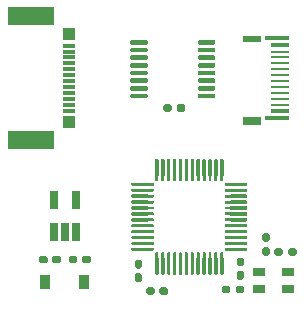
<source format=gbp>
%TF.GenerationSoftware,KiCad,Pcbnew,(5.1.7)-1*%
%TF.CreationDate,2020-11-06T21:26:38+01:00*%
%TF.ProjectId,twonkie,74776f6e-6b69-4652-9e6b-696361645f70,rev?*%
%TF.SameCoordinates,PX448d510PY20b3950*%
%TF.FileFunction,Paste,Bot*%
%TF.FilePolarity,Positive*%
%FSLAX46Y46*%
G04 Gerber Fmt 4.6, Leading zero omitted, Abs format (unit mm)*
G04 Created by KiCad (PCBNEW (5.1.7)-1) date 2020-11-06 21:26:38*
%MOMM*%
%LPD*%
G01*
G04 APERTURE LIST*
%ADD10R,4.000000X1.500000*%
%ADD11R,1.000000X0.300000*%
%ADD12R,1.000000X1.000000*%
%ADD13R,1.500000X0.550000*%
%ADD14R,1.500000X0.785000*%
%ADD15R,1.550000X0.260000*%
%ADD16R,1.550000X0.410000*%
%ADD17R,2.050000X0.360000*%
%ADD18R,0.650000X1.560000*%
%ADD19R,1.000000X0.800000*%
%ADD20R,0.900000X1.200000*%
G04 APERTURE END LIST*
%TO.C,U4*%
G36*
G01*
X12062500Y-15722500D02*
X12812500Y-15722500D01*
G75*
G02*
X12875000Y-15785000I0J-62500D01*
G01*
X12875000Y-15910000D01*
G75*
G02*
X12812500Y-15972500I-62500J0D01*
G01*
X12062500Y-15972500D01*
G75*
G02*
X12000000Y-15910000I0J62500D01*
G01*
X12000000Y-15785000D01*
G75*
G02*
X12062500Y-15722500I62500J0D01*
G01*
G37*
G36*
G01*
X12062500Y-16222500D02*
X12812500Y-16222500D01*
G75*
G02*
X12875000Y-16285000I0J-62500D01*
G01*
X12875000Y-16410000D01*
G75*
G02*
X12812500Y-16472500I-62500J0D01*
G01*
X12062500Y-16472500D01*
G75*
G02*
X12000000Y-16410000I0J62500D01*
G01*
X12000000Y-16285000D01*
G75*
G02*
X12062500Y-16222500I62500J0D01*
G01*
G37*
G36*
G01*
X12062500Y-17222500D02*
X12812500Y-17222500D01*
G75*
G02*
X12875000Y-17285000I0J-62500D01*
G01*
X12875000Y-17410000D01*
G75*
G02*
X12812500Y-17472500I-62500J0D01*
G01*
X12062500Y-17472500D01*
G75*
G02*
X12000000Y-17410000I0J62500D01*
G01*
X12000000Y-17285000D01*
G75*
G02*
X12062500Y-17222500I62500J0D01*
G01*
G37*
G36*
G01*
X12062500Y-17722500D02*
X12812500Y-17722500D01*
G75*
G02*
X12875000Y-17785000I0J-62500D01*
G01*
X12875000Y-17910000D01*
G75*
G02*
X12812500Y-17972500I-62500J0D01*
G01*
X12062500Y-17972500D01*
G75*
G02*
X12000000Y-17910000I0J62500D01*
G01*
X12000000Y-17785000D01*
G75*
G02*
X12062500Y-17722500I62500J0D01*
G01*
G37*
G36*
G01*
X12062500Y-18222500D02*
X12812500Y-18222500D01*
G75*
G02*
X12875000Y-18285000I0J-62500D01*
G01*
X12875000Y-18410000D01*
G75*
G02*
X12812500Y-18472500I-62500J0D01*
G01*
X12062500Y-18472500D01*
G75*
G02*
X12000000Y-18410000I0J62500D01*
G01*
X12000000Y-18285000D01*
G75*
G02*
X12062500Y-18222500I62500J0D01*
G01*
G37*
G36*
G01*
X12062500Y-15222500D02*
X12812500Y-15222500D01*
G75*
G02*
X12875000Y-15285000I0J-62500D01*
G01*
X12875000Y-15410000D01*
G75*
G02*
X12812500Y-15472500I-62500J0D01*
G01*
X12062500Y-15472500D01*
G75*
G02*
X12000000Y-15410000I0J62500D01*
G01*
X12000000Y-15285000D01*
G75*
G02*
X12062500Y-15222500I62500J0D01*
G01*
G37*
G36*
G01*
X12062500Y-16722500D02*
X12812500Y-16722500D01*
G75*
G02*
X12875000Y-16785000I0J-62500D01*
G01*
X12875000Y-16910000D01*
G75*
G02*
X12812500Y-16972500I-62500J0D01*
G01*
X12062500Y-16972500D01*
G75*
G02*
X12000000Y-16910000I0J62500D01*
G01*
X12000000Y-16785000D01*
G75*
G02*
X12062500Y-16722500I62500J0D01*
G01*
G37*
G36*
G01*
X18937500Y-19722500D02*
X19687500Y-19722500D01*
G75*
G02*
X19750000Y-19785000I0J-62500D01*
G01*
X19750000Y-19910000D01*
G75*
G02*
X19687500Y-19972500I-62500J0D01*
G01*
X18937500Y-19972500D01*
G75*
G02*
X18875000Y-19910000I0J62500D01*
G01*
X18875000Y-19785000D01*
G75*
G02*
X18937500Y-19722500I62500J0D01*
G01*
G37*
G36*
G01*
X14562500Y-14222500D02*
X14687500Y-14222500D01*
G75*
G02*
X14750000Y-14285000I0J-62500D01*
G01*
X14750000Y-15035000D01*
G75*
G02*
X14687500Y-15097500I-62500J0D01*
G01*
X14562500Y-15097500D01*
G75*
G02*
X14500000Y-15035000I0J62500D01*
G01*
X14500000Y-14285000D01*
G75*
G02*
X14562500Y-14222500I62500J0D01*
G01*
G37*
G36*
G01*
X17062500Y-14222500D02*
X17187500Y-14222500D01*
G75*
G02*
X17250000Y-14285000I0J-62500D01*
G01*
X17250000Y-15035000D01*
G75*
G02*
X17187500Y-15097500I-62500J0D01*
G01*
X17062500Y-15097500D01*
G75*
G02*
X17000000Y-15035000I0J62500D01*
G01*
X17000000Y-14285000D01*
G75*
G02*
X17062500Y-14222500I62500J0D01*
G01*
G37*
G36*
G01*
X17562500Y-14222500D02*
X17687500Y-14222500D01*
G75*
G02*
X17750000Y-14285000I0J-62500D01*
G01*
X17750000Y-15035000D01*
G75*
G02*
X17687500Y-15097500I-62500J0D01*
G01*
X17562500Y-15097500D01*
G75*
G02*
X17500000Y-15035000I0J62500D01*
G01*
X17500000Y-14285000D01*
G75*
G02*
X17562500Y-14222500I62500J0D01*
G01*
G37*
G36*
G01*
X16062500Y-14222500D02*
X16187500Y-14222500D01*
G75*
G02*
X16250000Y-14285000I0J-62500D01*
G01*
X16250000Y-15035000D01*
G75*
G02*
X16187500Y-15097500I-62500J0D01*
G01*
X16062500Y-15097500D01*
G75*
G02*
X16000000Y-15035000I0J62500D01*
G01*
X16000000Y-14285000D01*
G75*
G02*
X16062500Y-14222500I62500J0D01*
G01*
G37*
G36*
G01*
X13062500Y-14222500D02*
X13187500Y-14222500D01*
G75*
G02*
X13250000Y-14285000I0J-62500D01*
G01*
X13250000Y-15035000D01*
G75*
G02*
X13187500Y-15097500I-62500J0D01*
G01*
X13062500Y-15097500D01*
G75*
G02*
X13000000Y-15035000I0J62500D01*
G01*
X13000000Y-14285000D01*
G75*
G02*
X13062500Y-14222500I62500J0D01*
G01*
G37*
G36*
G01*
X16562500Y-21097500D02*
X16687500Y-21097500D01*
G75*
G02*
X16750000Y-21160000I0J-62500D01*
G01*
X16750000Y-21910000D01*
G75*
G02*
X16687500Y-21972500I-62500J0D01*
G01*
X16562500Y-21972500D01*
G75*
G02*
X16500000Y-21910000I0J62500D01*
G01*
X16500000Y-21160000D01*
G75*
G02*
X16562500Y-21097500I62500J0D01*
G01*
G37*
G36*
G01*
X17062500Y-21097500D02*
X17187500Y-21097500D01*
G75*
G02*
X17250000Y-21160000I0J-62500D01*
G01*
X17250000Y-21910000D01*
G75*
G02*
X17187500Y-21972500I-62500J0D01*
G01*
X17062500Y-21972500D01*
G75*
G02*
X17000000Y-21910000I0J62500D01*
G01*
X17000000Y-21160000D01*
G75*
G02*
X17062500Y-21097500I62500J0D01*
G01*
G37*
G36*
G01*
X16562500Y-14222500D02*
X16687500Y-14222500D01*
G75*
G02*
X16750000Y-14285000I0J-62500D01*
G01*
X16750000Y-15035000D01*
G75*
G02*
X16687500Y-15097500I-62500J0D01*
G01*
X16562500Y-15097500D01*
G75*
G02*
X16500000Y-15035000I0J62500D01*
G01*
X16500000Y-14285000D01*
G75*
G02*
X16562500Y-14222500I62500J0D01*
G01*
G37*
G36*
G01*
X16062500Y-21097500D02*
X16187500Y-21097500D01*
G75*
G02*
X16250000Y-21160000I0J-62500D01*
G01*
X16250000Y-21910000D01*
G75*
G02*
X16187500Y-21972500I-62500J0D01*
G01*
X16062500Y-21972500D01*
G75*
G02*
X16000000Y-21910000I0J62500D01*
G01*
X16000000Y-21160000D01*
G75*
G02*
X16062500Y-21097500I62500J0D01*
G01*
G37*
G36*
G01*
X15562500Y-21097500D02*
X15687500Y-21097500D01*
G75*
G02*
X15750000Y-21160000I0J-62500D01*
G01*
X15750000Y-21910000D01*
G75*
G02*
X15687500Y-21972500I-62500J0D01*
G01*
X15562500Y-21972500D01*
G75*
G02*
X15500000Y-21910000I0J62500D01*
G01*
X15500000Y-21160000D01*
G75*
G02*
X15562500Y-21097500I62500J0D01*
G01*
G37*
G36*
G01*
X18937500Y-17222500D02*
X19687500Y-17222500D01*
G75*
G02*
X19750000Y-17285000I0J-62500D01*
G01*
X19750000Y-17410000D01*
G75*
G02*
X19687500Y-17472500I-62500J0D01*
G01*
X18937500Y-17472500D01*
G75*
G02*
X18875000Y-17410000I0J62500D01*
G01*
X18875000Y-17285000D01*
G75*
G02*
X18937500Y-17222500I62500J0D01*
G01*
G37*
G36*
G01*
X18937500Y-16722500D02*
X19687500Y-16722500D01*
G75*
G02*
X19750000Y-16785000I0J-62500D01*
G01*
X19750000Y-16910000D01*
G75*
G02*
X19687500Y-16972500I-62500J0D01*
G01*
X18937500Y-16972500D01*
G75*
G02*
X18875000Y-16910000I0J62500D01*
G01*
X18875000Y-16785000D01*
G75*
G02*
X18937500Y-16722500I62500J0D01*
G01*
G37*
G36*
G01*
X18937500Y-16222500D02*
X19687500Y-16222500D01*
G75*
G02*
X19750000Y-16285000I0J-62500D01*
G01*
X19750000Y-16410000D01*
G75*
G02*
X19687500Y-16472500I-62500J0D01*
G01*
X18937500Y-16472500D01*
G75*
G02*
X18875000Y-16410000I0J62500D01*
G01*
X18875000Y-16285000D01*
G75*
G02*
X18937500Y-16222500I62500J0D01*
G01*
G37*
G36*
G01*
X18937500Y-17722500D02*
X19687500Y-17722500D01*
G75*
G02*
X19750000Y-17785000I0J-62500D01*
G01*
X19750000Y-17910000D01*
G75*
G02*
X19687500Y-17972500I-62500J0D01*
G01*
X18937500Y-17972500D01*
G75*
G02*
X18875000Y-17910000I0J62500D01*
G01*
X18875000Y-17785000D01*
G75*
G02*
X18937500Y-17722500I62500J0D01*
G01*
G37*
G36*
G01*
X18937500Y-19222500D02*
X19687500Y-19222500D01*
G75*
G02*
X19750000Y-19285000I0J-62500D01*
G01*
X19750000Y-19410000D01*
G75*
G02*
X19687500Y-19472500I-62500J0D01*
G01*
X18937500Y-19472500D01*
G75*
G02*
X18875000Y-19410000I0J62500D01*
G01*
X18875000Y-19285000D01*
G75*
G02*
X18937500Y-19222500I62500J0D01*
G01*
G37*
G36*
G01*
X14062500Y-14222500D02*
X14187500Y-14222500D01*
G75*
G02*
X14250000Y-14285000I0J-62500D01*
G01*
X14250000Y-15035000D01*
G75*
G02*
X14187500Y-15097500I-62500J0D01*
G01*
X14062500Y-15097500D01*
G75*
G02*
X14000000Y-15035000I0J62500D01*
G01*
X14000000Y-14285000D01*
G75*
G02*
X14062500Y-14222500I62500J0D01*
G01*
G37*
G36*
G01*
X18562500Y-21097500D02*
X18687500Y-21097500D01*
G75*
G02*
X18750000Y-21160000I0J-62500D01*
G01*
X18750000Y-21910000D01*
G75*
G02*
X18687500Y-21972500I-62500J0D01*
G01*
X18562500Y-21972500D01*
G75*
G02*
X18500000Y-21910000I0J62500D01*
G01*
X18500000Y-21160000D01*
G75*
G02*
X18562500Y-21097500I62500J0D01*
G01*
G37*
G36*
G01*
X18062500Y-14222500D02*
X18187500Y-14222500D01*
G75*
G02*
X18250000Y-14285000I0J-62500D01*
G01*
X18250000Y-15035000D01*
G75*
G02*
X18187500Y-15097500I-62500J0D01*
G01*
X18062500Y-15097500D01*
G75*
G02*
X18000000Y-15035000I0J62500D01*
G01*
X18000000Y-14285000D01*
G75*
G02*
X18062500Y-14222500I62500J0D01*
G01*
G37*
G36*
G01*
X18937500Y-20222500D02*
X19687500Y-20222500D01*
G75*
G02*
X19750000Y-20285000I0J-62500D01*
G01*
X19750000Y-20410000D01*
G75*
G02*
X19687500Y-20472500I-62500J0D01*
G01*
X18937500Y-20472500D01*
G75*
G02*
X18875000Y-20410000I0J62500D01*
G01*
X18875000Y-20285000D01*
G75*
G02*
X18937500Y-20222500I62500J0D01*
G01*
G37*
G36*
G01*
X13062500Y-21097500D02*
X13187500Y-21097500D01*
G75*
G02*
X13250000Y-21160000I0J-62500D01*
G01*
X13250000Y-21910000D01*
G75*
G02*
X13187500Y-21972500I-62500J0D01*
G01*
X13062500Y-21972500D01*
G75*
G02*
X13000000Y-21910000I0J62500D01*
G01*
X13000000Y-21160000D01*
G75*
G02*
X13062500Y-21097500I62500J0D01*
G01*
G37*
G36*
G01*
X12062500Y-19222500D02*
X12812500Y-19222500D01*
G75*
G02*
X12875000Y-19285000I0J-62500D01*
G01*
X12875000Y-19410000D01*
G75*
G02*
X12812500Y-19472500I-62500J0D01*
G01*
X12062500Y-19472500D01*
G75*
G02*
X12000000Y-19410000I0J62500D01*
G01*
X12000000Y-19285000D01*
G75*
G02*
X12062500Y-19222500I62500J0D01*
G01*
G37*
G36*
G01*
X14062500Y-21097500D02*
X14187500Y-21097500D01*
G75*
G02*
X14250000Y-21160000I0J-62500D01*
G01*
X14250000Y-21910000D01*
G75*
G02*
X14187500Y-21972500I-62500J0D01*
G01*
X14062500Y-21972500D01*
G75*
G02*
X14000000Y-21910000I0J62500D01*
G01*
X14000000Y-21160000D01*
G75*
G02*
X14062500Y-21097500I62500J0D01*
G01*
G37*
G36*
G01*
X17562500Y-21097500D02*
X17687500Y-21097500D01*
G75*
G02*
X17750000Y-21160000I0J-62500D01*
G01*
X17750000Y-21910000D01*
G75*
G02*
X17687500Y-21972500I-62500J0D01*
G01*
X17562500Y-21972500D01*
G75*
G02*
X17500000Y-21910000I0J62500D01*
G01*
X17500000Y-21160000D01*
G75*
G02*
X17562500Y-21097500I62500J0D01*
G01*
G37*
G36*
G01*
X18937500Y-15222500D02*
X19687500Y-15222500D01*
G75*
G02*
X19750000Y-15285000I0J-62500D01*
G01*
X19750000Y-15410000D01*
G75*
G02*
X19687500Y-15472500I-62500J0D01*
G01*
X18937500Y-15472500D01*
G75*
G02*
X18875000Y-15410000I0J62500D01*
G01*
X18875000Y-15285000D01*
G75*
G02*
X18937500Y-15222500I62500J0D01*
G01*
G37*
G36*
G01*
X15062500Y-14222500D02*
X15187500Y-14222500D01*
G75*
G02*
X15250000Y-14285000I0J-62500D01*
G01*
X15250000Y-15035000D01*
G75*
G02*
X15187500Y-15097500I-62500J0D01*
G01*
X15062500Y-15097500D01*
G75*
G02*
X15000000Y-15035000I0J62500D01*
G01*
X15000000Y-14285000D01*
G75*
G02*
X15062500Y-14222500I62500J0D01*
G01*
G37*
G36*
G01*
X12062500Y-19722500D02*
X12812500Y-19722500D01*
G75*
G02*
X12875000Y-19785000I0J-62500D01*
G01*
X12875000Y-19910000D01*
G75*
G02*
X12812500Y-19972500I-62500J0D01*
G01*
X12062500Y-19972500D01*
G75*
G02*
X12000000Y-19910000I0J62500D01*
G01*
X12000000Y-19785000D01*
G75*
G02*
X12062500Y-19722500I62500J0D01*
G01*
G37*
G36*
G01*
X14562500Y-21097500D02*
X14687500Y-21097500D01*
G75*
G02*
X14750000Y-21160000I0J-62500D01*
G01*
X14750000Y-21910000D01*
G75*
G02*
X14687500Y-21972500I-62500J0D01*
G01*
X14562500Y-21972500D01*
G75*
G02*
X14500000Y-21910000I0J62500D01*
G01*
X14500000Y-21160000D01*
G75*
G02*
X14562500Y-21097500I62500J0D01*
G01*
G37*
G36*
G01*
X18937500Y-20722500D02*
X19687500Y-20722500D01*
G75*
G02*
X19750000Y-20785000I0J-62500D01*
G01*
X19750000Y-20910000D01*
G75*
G02*
X19687500Y-20972500I-62500J0D01*
G01*
X18937500Y-20972500D01*
G75*
G02*
X18875000Y-20910000I0J62500D01*
G01*
X18875000Y-20785000D01*
G75*
G02*
X18937500Y-20722500I62500J0D01*
G01*
G37*
G36*
G01*
X15562500Y-14222500D02*
X15687500Y-14222500D01*
G75*
G02*
X15750000Y-14285000I0J-62500D01*
G01*
X15750000Y-15035000D01*
G75*
G02*
X15687500Y-15097500I-62500J0D01*
G01*
X15562500Y-15097500D01*
G75*
G02*
X15500000Y-15035000I0J62500D01*
G01*
X15500000Y-14285000D01*
G75*
G02*
X15562500Y-14222500I62500J0D01*
G01*
G37*
G36*
G01*
X12062500Y-20722500D02*
X12812500Y-20722500D01*
G75*
G02*
X12875000Y-20785000I0J-62500D01*
G01*
X12875000Y-20910000D01*
G75*
G02*
X12812500Y-20972500I-62500J0D01*
G01*
X12062500Y-20972500D01*
G75*
G02*
X12000000Y-20910000I0J62500D01*
G01*
X12000000Y-20785000D01*
G75*
G02*
X12062500Y-20722500I62500J0D01*
G01*
G37*
G36*
G01*
X18937500Y-18222500D02*
X19687500Y-18222500D01*
G75*
G02*
X19750000Y-18285000I0J-62500D01*
G01*
X19750000Y-18410000D01*
G75*
G02*
X19687500Y-18472500I-62500J0D01*
G01*
X18937500Y-18472500D01*
G75*
G02*
X18875000Y-18410000I0J62500D01*
G01*
X18875000Y-18285000D01*
G75*
G02*
X18937500Y-18222500I62500J0D01*
G01*
G37*
G36*
G01*
X18937500Y-15722500D02*
X19687500Y-15722500D01*
G75*
G02*
X19750000Y-15785000I0J-62500D01*
G01*
X19750000Y-15910000D01*
G75*
G02*
X19687500Y-15972500I-62500J0D01*
G01*
X18937500Y-15972500D01*
G75*
G02*
X18875000Y-15910000I0J62500D01*
G01*
X18875000Y-15785000D01*
G75*
G02*
X18937500Y-15722500I62500J0D01*
G01*
G37*
G36*
G01*
X13562500Y-14222500D02*
X13687500Y-14222500D01*
G75*
G02*
X13750000Y-14285000I0J-62500D01*
G01*
X13750000Y-15035000D01*
G75*
G02*
X13687500Y-15097500I-62500J0D01*
G01*
X13562500Y-15097500D01*
G75*
G02*
X13500000Y-15035000I0J62500D01*
G01*
X13500000Y-14285000D01*
G75*
G02*
X13562500Y-14222500I62500J0D01*
G01*
G37*
G36*
G01*
X13562500Y-21097500D02*
X13687500Y-21097500D01*
G75*
G02*
X13750000Y-21160000I0J-62500D01*
G01*
X13750000Y-21910000D01*
G75*
G02*
X13687500Y-21972500I-62500J0D01*
G01*
X13562500Y-21972500D01*
G75*
G02*
X13500000Y-21910000I0J62500D01*
G01*
X13500000Y-21160000D01*
G75*
G02*
X13562500Y-21097500I62500J0D01*
G01*
G37*
G36*
G01*
X18562500Y-14222500D02*
X18687500Y-14222500D01*
G75*
G02*
X18750000Y-14285000I0J-62500D01*
G01*
X18750000Y-15035000D01*
G75*
G02*
X18687500Y-15097500I-62500J0D01*
G01*
X18562500Y-15097500D01*
G75*
G02*
X18500000Y-15035000I0J62500D01*
G01*
X18500000Y-14285000D01*
G75*
G02*
X18562500Y-14222500I62500J0D01*
G01*
G37*
G36*
G01*
X12062500Y-18722500D02*
X12812500Y-18722500D01*
G75*
G02*
X12875000Y-18785000I0J-62500D01*
G01*
X12875000Y-18910000D01*
G75*
G02*
X12812500Y-18972500I-62500J0D01*
G01*
X12062500Y-18972500D01*
G75*
G02*
X12000000Y-18910000I0J62500D01*
G01*
X12000000Y-18785000D01*
G75*
G02*
X12062500Y-18722500I62500J0D01*
G01*
G37*
G36*
G01*
X18937500Y-18722500D02*
X19687500Y-18722500D01*
G75*
G02*
X19750000Y-18785000I0J-62500D01*
G01*
X19750000Y-18910000D01*
G75*
G02*
X19687500Y-18972500I-62500J0D01*
G01*
X18937500Y-18972500D01*
G75*
G02*
X18875000Y-18910000I0J62500D01*
G01*
X18875000Y-18785000D01*
G75*
G02*
X18937500Y-18722500I62500J0D01*
G01*
G37*
G36*
G01*
X18062500Y-21097500D02*
X18187500Y-21097500D01*
G75*
G02*
X18250000Y-21160000I0J-62500D01*
G01*
X18250000Y-21910000D01*
G75*
G02*
X18187500Y-21972500I-62500J0D01*
G01*
X18062500Y-21972500D01*
G75*
G02*
X18000000Y-21910000I0J62500D01*
G01*
X18000000Y-21160000D01*
G75*
G02*
X18062500Y-21097500I62500J0D01*
G01*
G37*
G36*
G01*
X12062500Y-20222500D02*
X12812500Y-20222500D01*
G75*
G02*
X12875000Y-20285000I0J-62500D01*
G01*
X12875000Y-20410000D01*
G75*
G02*
X12812500Y-20472500I-62500J0D01*
G01*
X12062500Y-20472500D01*
G75*
G02*
X12000000Y-20410000I0J62500D01*
G01*
X12000000Y-20285000D01*
G75*
G02*
X12062500Y-20222500I62500J0D01*
G01*
G37*
G36*
G01*
X15062500Y-21097500D02*
X15187500Y-21097500D01*
G75*
G02*
X15250000Y-21160000I0J-62500D01*
G01*
X15250000Y-21910000D01*
G75*
G02*
X15187500Y-21972500I-62500J0D01*
G01*
X15062500Y-21972500D01*
G75*
G02*
X15000000Y-21910000I0J62500D01*
G01*
X15000000Y-21160000D01*
G75*
G02*
X15062500Y-21097500I62500J0D01*
G01*
G37*
G36*
G01*
X13050000Y-13197500D02*
X13200000Y-13197500D01*
G75*
G02*
X13275000Y-13272500I0J-75000D01*
G01*
X13275000Y-14597500D01*
G75*
G02*
X13200000Y-14672500I-75000J0D01*
G01*
X13050000Y-14672500D01*
G75*
G02*
X12975000Y-14597500I0J75000D01*
G01*
X12975000Y-13272500D01*
G75*
G02*
X13050000Y-13197500I75000J0D01*
G01*
G37*
G36*
G01*
X13550000Y-13197500D02*
X13700000Y-13197500D01*
G75*
G02*
X13775000Y-13272500I0J-75000D01*
G01*
X13775000Y-14597500D01*
G75*
G02*
X13700000Y-14672500I-75000J0D01*
G01*
X13550000Y-14672500D01*
G75*
G02*
X13475000Y-14597500I0J75000D01*
G01*
X13475000Y-13272500D01*
G75*
G02*
X13550000Y-13197500I75000J0D01*
G01*
G37*
G36*
G01*
X14050000Y-13197500D02*
X14200000Y-13197500D01*
G75*
G02*
X14275000Y-13272500I0J-75000D01*
G01*
X14275000Y-14597500D01*
G75*
G02*
X14200000Y-14672500I-75000J0D01*
G01*
X14050000Y-14672500D01*
G75*
G02*
X13975000Y-14597500I0J75000D01*
G01*
X13975000Y-13272500D01*
G75*
G02*
X14050000Y-13197500I75000J0D01*
G01*
G37*
G36*
G01*
X14550000Y-13197500D02*
X14700000Y-13197500D01*
G75*
G02*
X14775000Y-13272500I0J-75000D01*
G01*
X14775000Y-14597500D01*
G75*
G02*
X14700000Y-14672500I-75000J0D01*
G01*
X14550000Y-14672500D01*
G75*
G02*
X14475000Y-14597500I0J75000D01*
G01*
X14475000Y-13272500D01*
G75*
G02*
X14550000Y-13197500I75000J0D01*
G01*
G37*
G36*
G01*
X15050000Y-13197500D02*
X15200000Y-13197500D01*
G75*
G02*
X15275000Y-13272500I0J-75000D01*
G01*
X15275000Y-14597500D01*
G75*
G02*
X15200000Y-14672500I-75000J0D01*
G01*
X15050000Y-14672500D01*
G75*
G02*
X14975000Y-14597500I0J75000D01*
G01*
X14975000Y-13272500D01*
G75*
G02*
X15050000Y-13197500I75000J0D01*
G01*
G37*
G36*
G01*
X15550000Y-13197500D02*
X15700000Y-13197500D01*
G75*
G02*
X15775000Y-13272500I0J-75000D01*
G01*
X15775000Y-14597500D01*
G75*
G02*
X15700000Y-14672500I-75000J0D01*
G01*
X15550000Y-14672500D01*
G75*
G02*
X15475000Y-14597500I0J75000D01*
G01*
X15475000Y-13272500D01*
G75*
G02*
X15550000Y-13197500I75000J0D01*
G01*
G37*
G36*
G01*
X16050000Y-13197500D02*
X16200000Y-13197500D01*
G75*
G02*
X16275000Y-13272500I0J-75000D01*
G01*
X16275000Y-14597500D01*
G75*
G02*
X16200000Y-14672500I-75000J0D01*
G01*
X16050000Y-14672500D01*
G75*
G02*
X15975000Y-14597500I0J75000D01*
G01*
X15975000Y-13272500D01*
G75*
G02*
X16050000Y-13197500I75000J0D01*
G01*
G37*
G36*
G01*
X16550000Y-13197500D02*
X16700000Y-13197500D01*
G75*
G02*
X16775000Y-13272500I0J-75000D01*
G01*
X16775000Y-14597500D01*
G75*
G02*
X16700000Y-14672500I-75000J0D01*
G01*
X16550000Y-14672500D01*
G75*
G02*
X16475000Y-14597500I0J75000D01*
G01*
X16475000Y-13272500D01*
G75*
G02*
X16550000Y-13197500I75000J0D01*
G01*
G37*
G36*
G01*
X17050000Y-13197500D02*
X17200000Y-13197500D01*
G75*
G02*
X17275000Y-13272500I0J-75000D01*
G01*
X17275000Y-14597500D01*
G75*
G02*
X17200000Y-14672500I-75000J0D01*
G01*
X17050000Y-14672500D01*
G75*
G02*
X16975000Y-14597500I0J75000D01*
G01*
X16975000Y-13272500D01*
G75*
G02*
X17050000Y-13197500I75000J0D01*
G01*
G37*
G36*
G01*
X17550000Y-13197500D02*
X17700000Y-13197500D01*
G75*
G02*
X17775000Y-13272500I0J-75000D01*
G01*
X17775000Y-14597500D01*
G75*
G02*
X17700000Y-14672500I-75000J0D01*
G01*
X17550000Y-14672500D01*
G75*
G02*
X17475000Y-14597500I0J75000D01*
G01*
X17475000Y-13272500D01*
G75*
G02*
X17550000Y-13197500I75000J0D01*
G01*
G37*
G36*
G01*
X18050000Y-13197500D02*
X18200000Y-13197500D01*
G75*
G02*
X18275000Y-13272500I0J-75000D01*
G01*
X18275000Y-14597500D01*
G75*
G02*
X18200000Y-14672500I-75000J0D01*
G01*
X18050000Y-14672500D01*
G75*
G02*
X17975000Y-14597500I0J75000D01*
G01*
X17975000Y-13272500D01*
G75*
G02*
X18050000Y-13197500I75000J0D01*
G01*
G37*
G36*
G01*
X18550000Y-13197500D02*
X18700000Y-13197500D01*
G75*
G02*
X18775000Y-13272500I0J-75000D01*
G01*
X18775000Y-14597500D01*
G75*
G02*
X18700000Y-14672500I-75000J0D01*
G01*
X18550000Y-14672500D01*
G75*
G02*
X18475000Y-14597500I0J75000D01*
G01*
X18475000Y-13272500D01*
G75*
G02*
X18550000Y-13197500I75000J0D01*
G01*
G37*
G36*
G01*
X19375000Y-15197500D02*
X20700000Y-15197500D01*
G75*
G02*
X20775000Y-15272500I0J-75000D01*
G01*
X20775000Y-15422500D01*
G75*
G02*
X20700000Y-15497500I-75000J0D01*
G01*
X19375000Y-15497500D01*
G75*
G02*
X19300000Y-15422500I0J75000D01*
G01*
X19300000Y-15272500D01*
G75*
G02*
X19375000Y-15197500I75000J0D01*
G01*
G37*
G36*
G01*
X19375000Y-15697500D02*
X20700000Y-15697500D01*
G75*
G02*
X20775000Y-15772500I0J-75000D01*
G01*
X20775000Y-15922500D01*
G75*
G02*
X20700000Y-15997500I-75000J0D01*
G01*
X19375000Y-15997500D01*
G75*
G02*
X19300000Y-15922500I0J75000D01*
G01*
X19300000Y-15772500D01*
G75*
G02*
X19375000Y-15697500I75000J0D01*
G01*
G37*
G36*
G01*
X19375000Y-16197500D02*
X20700000Y-16197500D01*
G75*
G02*
X20775000Y-16272500I0J-75000D01*
G01*
X20775000Y-16422500D01*
G75*
G02*
X20700000Y-16497500I-75000J0D01*
G01*
X19375000Y-16497500D01*
G75*
G02*
X19300000Y-16422500I0J75000D01*
G01*
X19300000Y-16272500D01*
G75*
G02*
X19375000Y-16197500I75000J0D01*
G01*
G37*
G36*
G01*
X19375000Y-16697500D02*
X20700000Y-16697500D01*
G75*
G02*
X20775000Y-16772500I0J-75000D01*
G01*
X20775000Y-16922500D01*
G75*
G02*
X20700000Y-16997500I-75000J0D01*
G01*
X19375000Y-16997500D01*
G75*
G02*
X19300000Y-16922500I0J75000D01*
G01*
X19300000Y-16772500D01*
G75*
G02*
X19375000Y-16697500I75000J0D01*
G01*
G37*
G36*
G01*
X19375000Y-17197500D02*
X20700000Y-17197500D01*
G75*
G02*
X20775000Y-17272500I0J-75000D01*
G01*
X20775000Y-17422500D01*
G75*
G02*
X20700000Y-17497500I-75000J0D01*
G01*
X19375000Y-17497500D01*
G75*
G02*
X19300000Y-17422500I0J75000D01*
G01*
X19300000Y-17272500D01*
G75*
G02*
X19375000Y-17197500I75000J0D01*
G01*
G37*
G36*
G01*
X19375000Y-17697500D02*
X20700000Y-17697500D01*
G75*
G02*
X20775000Y-17772500I0J-75000D01*
G01*
X20775000Y-17922500D01*
G75*
G02*
X20700000Y-17997500I-75000J0D01*
G01*
X19375000Y-17997500D01*
G75*
G02*
X19300000Y-17922500I0J75000D01*
G01*
X19300000Y-17772500D01*
G75*
G02*
X19375000Y-17697500I75000J0D01*
G01*
G37*
G36*
G01*
X19375000Y-18197500D02*
X20700000Y-18197500D01*
G75*
G02*
X20775000Y-18272500I0J-75000D01*
G01*
X20775000Y-18422500D01*
G75*
G02*
X20700000Y-18497500I-75000J0D01*
G01*
X19375000Y-18497500D01*
G75*
G02*
X19300000Y-18422500I0J75000D01*
G01*
X19300000Y-18272500D01*
G75*
G02*
X19375000Y-18197500I75000J0D01*
G01*
G37*
G36*
G01*
X19375000Y-18697500D02*
X20700000Y-18697500D01*
G75*
G02*
X20775000Y-18772500I0J-75000D01*
G01*
X20775000Y-18922500D01*
G75*
G02*
X20700000Y-18997500I-75000J0D01*
G01*
X19375000Y-18997500D01*
G75*
G02*
X19300000Y-18922500I0J75000D01*
G01*
X19300000Y-18772500D01*
G75*
G02*
X19375000Y-18697500I75000J0D01*
G01*
G37*
G36*
G01*
X19375000Y-19197500D02*
X20700000Y-19197500D01*
G75*
G02*
X20775000Y-19272500I0J-75000D01*
G01*
X20775000Y-19422500D01*
G75*
G02*
X20700000Y-19497500I-75000J0D01*
G01*
X19375000Y-19497500D01*
G75*
G02*
X19300000Y-19422500I0J75000D01*
G01*
X19300000Y-19272500D01*
G75*
G02*
X19375000Y-19197500I75000J0D01*
G01*
G37*
G36*
G01*
X19375000Y-19697500D02*
X20700000Y-19697500D01*
G75*
G02*
X20775000Y-19772500I0J-75000D01*
G01*
X20775000Y-19922500D01*
G75*
G02*
X20700000Y-19997500I-75000J0D01*
G01*
X19375000Y-19997500D01*
G75*
G02*
X19300000Y-19922500I0J75000D01*
G01*
X19300000Y-19772500D01*
G75*
G02*
X19375000Y-19697500I75000J0D01*
G01*
G37*
G36*
G01*
X19375000Y-20197500D02*
X20700000Y-20197500D01*
G75*
G02*
X20775000Y-20272500I0J-75000D01*
G01*
X20775000Y-20422500D01*
G75*
G02*
X20700000Y-20497500I-75000J0D01*
G01*
X19375000Y-20497500D01*
G75*
G02*
X19300000Y-20422500I0J75000D01*
G01*
X19300000Y-20272500D01*
G75*
G02*
X19375000Y-20197500I75000J0D01*
G01*
G37*
G36*
G01*
X19375000Y-20697500D02*
X20700000Y-20697500D01*
G75*
G02*
X20775000Y-20772500I0J-75000D01*
G01*
X20775000Y-20922500D01*
G75*
G02*
X20700000Y-20997500I-75000J0D01*
G01*
X19375000Y-20997500D01*
G75*
G02*
X19300000Y-20922500I0J75000D01*
G01*
X19300000Y-20772500D01*
G75*
G02*
X19375000Y-20697500I75000J0D01*
G01*
G37*
G36*
G01*
X18550000Y-21522500D02*
X18700000Y-21522500D01*
G75*
G02*
X18775000Y-21597500I0J-75000D01*
G01*
X18775000Y-22922500D01*
G75*
G02*
X18700000Y-22997500I-75000J0D01*
G01*
X18550000Y-22997500D01*
G75*
G02*
X18475000Y-22922500I0J75000D01*
G01*
X18475000Y-21597500D01*
G75*
G02*
X18550000Y-21522500I75000J0D01*
G01*
G37*
G36*
G01*
X18050000Y-21522500D02*
X18200000Y-21522500D01*
G75*
G02*
X18275000Y-21597500I0J-75000D01*
G01*
X18275000Y-22922500D01*
G75*
G02*
X18200000Y-22997500I-75000J0D01*
G01*
X18050000Y-22997500D01*
G75*
G02*
X17975000Y-22922500I0J75000D01*
G01*
X17975000Y-21597500D01*
G75*
G02*
X18050000Y-21522500I75000J0D01*
G01*
G37*
G36*
G01*
X17550000Y-21522500D02*
X17700000Y-21522500D01*
G75*
G02*
X17775000Y-21597500I0J-75000D01*
G01*
X17775000Y-22922500D01*
G75*
G02*
X17700000Y-22997500I-75000J0D01*
G01*
X17550000Y-22997500D01*
G75*
G02*
X17475000Y-22922500I0J75000D01*
G01*
X17475000Y-21597500D01*
G75*
G02*
X17550000Y-21522500I75000J0D01*
G01*
G37*
G36*
G01*
X17050000Y-21522500D02*
X17200000Y-21522500D01*
G75*
G02*
X17275000Y-21597500I0J-75000D01*
G01*
X17275000Y-22922500D01*
G75*
G02*
X17200000Y-22997500I-75000J0D01*
G01*
X17050000Y-22997500D01*
G75*
G02*
X16975000Y-22922500I0J75000D01*
G01*
X16975000Y-21597500D01*
G75*
G02*
X17050000Y-21522500I75000J0D01*
G01*
G37*
G36*
G01*
X16550000Y-21522500D02*
X16700000Y-21522500D01*
G75*
G02*
X16775000Y-21597500I0J-75000D01*
G01*
X16775000Y-22922500D01*
G75*
G02*
X16700000Y-22997500I-75000J0D01*
G01*
X16550000Y-22997500D01*
G75*
G02*
X16475000Y-22922500I0J75000D01*
G01*
X16475000Y-21597500D01*
G75*
G02*
X16550000Y-21522500I75000J0D01*
G01*
G37*
G36*
G01*
X16050000Y-21522500D02*
X16200000Y-21522500D01*
G75*
G02*
X16275000Y-21597500I0J-75000D01*
G01*
X16275000Y-22922500D01*
G75*
G02*
X16200000Y-22997500I-75000J0D01*
G01*
X16050000Y-22997500D01*
G75*
G02*
X15975000Y-22922500I0J75000D01*
G01*
X15975000Y-21597500D01*
G75*
G02*
X16050000Y-21522500I75000J0D01*
G01*
G37*
G36*
G01*
X15550000Y-21522500D02*
X15700000Y-21522500D01*
G75*
G02*
X15775000Y-21597500I0J-75000D01*
G01*
X15775000Y-22922500D01*
G75*
G02*
X15700000Y-22997500I-75000J0D01*
G01*
X15550000Y-22997500D01*
G75*
G02*
X15475000Y-22922500I0J75000D01*
G01*
X15475000Y-21597500D01*
G75*
G02*
X15550000Y-21522500I75000J0D01*
G01*
G37*
G36*
G01*
X15050000Y-21522500D02*
X15200000Y-21522500D01*
G75*
G02*
X15275000Y-21597500I0J-75000D01*
G01*
X15275000Y-22922500D01*
G75*
G02*
X15200000Y-22997500I-75000J0D01*
G01*
X15050000Y-22997500D01*
G75*
G02*
X14975000Y-22922500I0J75000D01*
G01*
X14975000Y-21597500D01*
G75*
G02*
X15050000Y-21522500I75000J0D01*
G01*
G37*
G36*
G01*
X14550000Y-21522500D02*
X14700000Y-21522500D01*
G75*
G02*
X14775000Y-21597500I0J-75000D01*
G01*
X14775000Y-22922500D01*
G75*
G02*
X14700000Y-22997500I-75000J0D01*
G01*
X14550000Y-22997500D01*
G75*
G02*
X14475000Y-22922500I0J75000D01*
G01*
X14475000Y-21597500D01*
G75*
G02*
X14550000Y-21522500I75000J0D01*
G01*
G37*
G36*
G01*
X14050000Y-21522500D02*
X14200000Y-21522500D01*
G75*
G02*
X14275000Y-21597500I0J-75000D01*
G01*
X14275000Y-22922500D01*
G75*
G02*
X14200000Y-22997500I-75000J0D01*
G01*
X14050000Y-22997500D01*
G75*
G02*
X13975000Y-22922500I0J75000D01*
G01*
X13975000Y-21597500D01*
G75*
G02*
X14050000Y-21522500I75000J0D01*
G01*
G37*
G36*
G01*
X13550000Y-21522500D02*
X13700000Y-21522500D01*
G75*
G02*
X13775000Y-21597500I0J-75000D01*
G01*
X13775000Y-22922500D01*
G75*
G02*
X13700000Y-22997500I-75000J0D01*
G01*
X13550000Y-22997500D01*
G75*
G02*
X13475000Y-22922500I0J75000D01*
G01*
X13475000Y-21597500D01*
G75*
G02*
X13550000Y-21522500I75000J0D01*
G01*
G37*
G36*
G01*
X13050000Y-21522500D02*
X13200000Y-21522500D01*
G75*
G02*
X13275000Y-21597500I0J-75000D01*
G01*
X13275000Y-22922500D01*
G75*
G02*
X13200000Y-22997500I-75000J0D01*
G01*
X13050000Y-22997500D01*
G75*
G02*
X12975000Y-22922500I0J75000D01*
G01*
X12975000Y-21597500D01*
G75*
G02*
X13050000Y-21522500I75000J0D01*
G01*
G37*
G36*
G01*
X11050000Y-20697500D02*
X12375000Y-20697500D01*
G75*
G02*
X12450000Y-20772500I0J-75000D01*
G01*
X12450000Y-20922500D01*
G75*
G02*
X12375000Y-20997500I-75000J0D01*
G01*
X11050000Y-20997500D01*
G75*
G02*
X10975000Y-20922500I0J75000D01*
G01*
X10975000Y-20772500D01*
G75*
G02*
X11050000Y-20697500I75000J0D01*
G01*
G37*
G36*
G01*
X11050000Y-20197500D02*
X12375000Y-20197500D01*
G75*
G02*
X12450000Y-20272500I0J-75000D01*
G01*
X12450000Y-20422500D01*
G75*
G02*
X12375000Y-20497500I-75000J0D01*
G01*
X11050000Y-20497500D01*
G75*
G02*
X10975000Y-20422500I0J75000D01*
G01*
X10975000Y-20272500D01*
G75*
G02*
X11050000Y-20197500I75000J0D01*
G01*
G37*
G36*
G01*
X11050000Y-19697500D02*
X12375000Y-19697500D01*
G75*
G02*
X12450000Y-19772500I0J-75000D01*
G01*
X12450000Y-19922500D01*
G75*
G02*
X12375000Y-19997500I-75000J0D01*
G01*
X11050000Y-19997500D01*
G75*
G02*
X10975000Y-19922500I0J75000D01*
G01*
X10975000Y-19772500D01*
G75*
G02*
X11050000Y-19697500I75000J0D01*
G01*
G37*
G36*
G01*
X11050000Y-19197500D02*
X12375000Y-19197500D01*
G75*
G02*
X12450000Y-19272500I0J-75000D01*
G01*
X12450000Y-19422500D01*
G75*
G02*
X12375000Y-19497500I-75000J0D01*
G01*
X11050000Y-19497500D01*
G75*
G02*
X10975000Y-19422500I0J75000D01*
G01*
X10975000Y-19272500D01*
G75*
G02*
X11050000Y-19197500I75000J0D01*
G01*
G37*
G36*
G01*
X11050000Y-18697500D02*
X12375000Y-18697500D01*
G75*
G02*
X12450000Y-18772500I0J-75000D01*
G01*
X12450000Y-18922500D01*
G75*
G02*
X12375000Y-18997500I-75000J0D01*
G01*
X11050000Y-18997500D01*
G75*
G02*
X10975000Y-18922500I0J75000D01*
G01*
X10975000Y-18772500D01*
G75*
G02*
X11050000Y-18697500I75000J0D01*
G01*
G37*
G36*
G01*
X11050000Y-18197500D02*
X12375000Y-18197500D01*
G75*
G02*
X12450000Y-18272500I0J-75000D01*
G01*
X12450000Y-18422500D01*
G75*
G02*
X12375000Y-18497500I-75000J0D01*
G01*
X11050000Y-18497500D01*
G75*
G02*
X10975000Y-18422500I0J75000D01*
G01*
X10975000Y-18272500D01*
G75*
G02*
X11050000Y-18197500I75000J0D01*
G01*
G37*
G36*
G01*
X11050000Y-17697500D02*
X12375000Y-17697500D01*
G75*
G02*
X12450000Y-17772500I0J-75000D01*
G01*
X12450000Y-17922500D01*
G75*
G02*
X12375000Y-17997500I-75000J0D01*
G01*
X11050000Y-17997500D01*
G75*
G02*
X10975000Y-17922500I0J75000D01*
G01*
X10975000Y-17772500D01*
G75*
G02*
X11050000Y-17697500I75000J0D01*
G01*
G37*
G36*
G01*
X11050000Y-17197500D02*
X12375000Y-17197500D01*
G75*
G02*
X12450000Y-17272500I0J-75000D01*
G01*
X12450000Y-17422500D01*
G75*
G02*
X12375000Y-17497500I-75000J0D01*
G01*
X11050000Y-17497500D01*
G75*
G02*
X10975000Y-17422500I0J75000D01*
G01*
X10975000Y-17272500D01*
G75*
G02*
X11050000Y-17197500I75000J0D01*
G01*
G37*
G36*
G01*
X11050000Y-16697500D02*
X12375000Y-16697500D01*
G75*
G02*
X12450000Y-16772500I0J-75000D01*
G01*
X12450000Y-16922500D01*
G75*
G02*
X12375000Y-16997500I-75000J0D01*
G01*
X11050000Y-16997500D01*
G75*
G02*
X10975000Y-16922500I0J75000D01*
G01*
X10975000Y-16772500D01*
G75*
G02*
X11050000Y-16697500I75000J0D01*
G01*
G37*
G36*
G01*
X11050000Y-16197500D02*
X12375000Y-16197500D01*
G75*
G02*
X12450000Y-16272500I0J-75000D01*
G01*
X12450000Y-16422500D01*
G75*
G02*
X12375000Y-16497500I-75000J0D01*
G01*
X11050000Y-16497500D01*
G75*
G02*
X10975000Y-16422500I0J75000D01*
G01*
X10975000Y-16272500D01*
G75*
G02*
X11050000Y-16197500I75000J0D01*
G01*
G37*
G36*
G01*
X11050000Y-15697500D02*
X12375000Y-15697500D01*
G75*
G02*
X12450000Y-15772500I0J-75000D01*
G01*
X12450000Y-15922500D01*
G75*
G02*
X12375000Y-15997500I-75000J0D01*
G01*
X11050000Y-15997500D01*
G75*
G02*
X10975000Y-15922500I0J75000D01*
G01*
X10975000Y-15772500D01*
G75*
G02*
X11050000Y-15697500I75000J0D01*
G01*
G37*
G36*
G01*
X11050000Y-15197500D02*
X12375000Y-15197500D01*
G75*
G02*
X12450000Y-15272500I0J-75000D01*
G01*
X12450000Y-15422500D01*
G75*
G02*
X12375000Y-15497500I-75000J0D01*
G01*
X11050000Y-15497500D01*
G75*
G02*
X10975000Y-15422500I0J75000D01*
G01*
X10975000Y-15272500D01*
G75*
G02*
X11050000Y-15197500I75000J0D01*
G01*
G37*
%TD*%
%TO.C,C9*%
G36*
G01*
X14805000Y-9045000D02*
X14805000Y-8735000D01*
G75*
G02*
X14960000Y-8580000I155000J0D01*
G01*
X15385000Y-8580000D01*
G75*
G02*
X15540000Y-8735000I0J-155000D01*
G01*
X15540000Y-9045000D01*
G75*
G02*
X15385000Y-9200000I-155000J0D01*
G01*
X14960000Y-9200000D01*
G75*
G02*
X14805000Y-9045000I0J155000D01*
G01*
G37*
G36*
G01*
X13670000Y-9045000D02*
X13670000Y-8735000D01*
G75*
G02*
X13825000Y-8580000I155000J0D01*
G01*
X14250000Y-8580000D01*
G75*
G02*
X14405000Y-8735000I0J-155000D01*
G01*
X14405000Y-9045000D01*
G75*
G02*
X14250000Y-9200000I-155000J0D01*
G01*
X13825000Y-9200000D01*
G75*
G02*
X13670000Y-9045000I0J155000D01*
G01*
G37*
%TD*%
D10*
%TO.C,J2*%
X2465000Y-1100000D03*
X2465000Y-11600000D03*
D11*
X5675000Y-3600000D03*
X5675000Y-4100000D03*
X5675000Y-4600000D03*
X5675000Y-5100000D03*
X5675000Y-5600000D03*
X5675000Y-7100000D03*
X5675000Y-7600000D03*
X5675000Y-8100000D03*
X5675000Y-8600000D03*
X5675000Y-9100000D03*
X5675000Y-6100000D03*
X5675000Y-6600000D03*
D12*
X5675000Y-10100000D03*
X5675000Y-2600000D03*
%TD*%
D13*
%TO.C,J1*%
X21200000Y-3000000D03*
D14*
X21200000Y-9982500D03*
D15*
X23525000Y-8600000D03*
X23525000Y-8100000D03*
X23525000Y-7600000D03*
X23525000Y-7100000D03*
X23525000Y-6600000D03*
X23525000Y-6100000D03*
X23525000Y-5600000D03*
X23525000Y-5100000D03*
X23525000Y-4600000D03*
X23525000Y-4100000D03*
D16*
X23525000Y-9175000D03*
X23525000Y-3525000D03*
D17*
X23275000Y-2945000D03*
X23275000Y-9755000D03*
%TD*%
%TO.C,U1*%
G36*
G01*
X18078000Y-3213000D02*
X18078000Y-3413000D01*
G75*
G02*
X17978000Y-3513000I-100000J0D01*
G01*
X16703000Y-3513000D01*
G75*
G02*
X16603000Y-3413000I0J100000D01*
G01*
X16603000Y-3213000D01*
G75*
G02*
X16703000Y-3113000I100000J0D01*
G01*
X17978000Y-3113000D01*
G75*
G02*
X18078000Y-3213000I0J-100000D01*
G01*
G37*
G36*
G01*
X18078000Y-3863000D02*
X18078000Y-4063000D01*
G75*
G02*
X17978000Y-4163000I-100000J0D01*
G01*
X16703000Y-4163000D01*
G75*
G02*
X16603000Y-4063000I0J100000D01*
G01*
X16603000Y-3863000D01*
G75*
G02*
X16703000Y-3763000I100000J0D01*
G01*
X17978000Y-3763000D01*
G75*
G02*
X18078000Y-3863000I0J-100000D01*
G01*
G37*
G36*
G01*
X18078000Y-4513000D02*
X18078000Y-4713000D01*
G75*
G02*
X17978000Y-4813000I-100000J0D01*
G01*
X16703000Y-4813000D01*
G75*
G02*
X16603000Y-4713000I0J100000D01*
G01*
X16603000Y-4513000D01*
G75*
G02*
X16703000Y-4413000I100000J0D01*
G01*
X17978000Y-4413000D01*
G75*
G02*
X18078000Y-4513000I0J-100000D01*
G01*
G37*
G36*
G01*
X18078000Y-5163000D02*
X18078000Y-5363000D01*
G75*
G02*
X17978000Y-5463000I-100000J0D01*
G01*
X16703000Y-5463000D01*
G75*
G02*
X16603000Y-5363000I0J100000D01*
G01*
X16603000Y-5163000D01*
G75*
G02*
X16703000Y-5063000I100000J0D01*
G01*
X17978000Y-5063000D01*
G75*
G02*
X18078000Y-5163000I0J-100000D01*
G01*
G37*
G36*
G01*
X18078000Y-5813000D02*
X18078000Y-6013000D01*
G75*
G02*
X17978000Y-6113000I-100000J0D01*
G01*
X16703000Y-6113000D01*
G75*
G02*
X16603000Y-6013000I0J100000D01*
G01*
X16603000Y-5813000D01*
G75*
G02*
X16703000Y-5713000I100000J0D01*
G01*
X17978000Y-5713000D01*
G75*
G02*
X18078000Y-5813000I0J-100000D01*
G01*
G37*
G36*
G01*
X18078000Y-6463000D02*
X18078000Y-6663000D01*
G75*
G02*
X17978000Y-6763000I-100000J0D01*
G01*
X16703000Y-6763000D01*
G75*
G02*
X16603000Y-6663000I0J100000D01*
G01*
X16603000Y-6463000D01*
G75*
G02*
X16703000Y-6363000I100000J0D01*
G01*
X17978000Y-6363000D01*
G75*
G02*
X18078000Y-6463000I0J-100000D01*
G01*
G37*
G36*
G01*
X18078000Y-7113000D02*
X18078000Y-7313000D01*
G75*
G02*
X17978000Y-7413000I-100000J0D01*
G01*
X16703000Y-7413000D01*
G75*
G02*
X16603000Y-7313000I0J100000D01*
G01*
X16603000Y-7113000D01*
G75*
G02*
X16703000Y-7013000I100000J0D01*
G01*
X17978000Y-7013000D01*
G75*
G02*
X18078000Y-7113000I0J-100000D01*
G01*
G37*
G36*
G01*
X18078000Y-7763000D02*
X18078000Y-7963000D01*
G75*
G02*
X17978000Y-8063000I-100000J0D01*
G01*
X16703000Y-8063000D01*
G75*
G02*
X16603000Y-7963000I0J100000D01*
G01*
X16603000Y-7763000D01*
G75*
G02*
X16703000Y-7663000I100000J0D01*
G01*
X17978000Y-7663000D01*
G75*
G02*
X18078000Y-7763000I0J-100000D01*
G01*
G37*
G36*
G01*
X12353000Y-7763000D02*
X12353000Y-7963000D01*
G75*
G02*
X12253000Y-8063000I-100000J0D01*
G01*
X10978000Y-8063000D01*
G75*
G02*
X10878000Y-7963000I0J100000D01*
G01*
X10878000Y-7763000D01*
G75*
G02*
X10978000Y-7663000I100000J0D01*
G01*
X12253000Y-7663000D01*
G75*
G02*
X12353000Y-7763000I0J-100000D01*
G01*
G37*
G36*
G01*
X12353000Y-7113000D02*
X12353000Y-7313000D01*
G75*
G02*
X12253000Y-7413000I-100000J0D01*
G01*
X10978000Y-7413000D01*
G75*
G02*
X10878000Y-7313000I0J100000D01*
G01*
X10878000Y-7113000D01*
G75*
G02*
X10978000Y-7013000I100000J0D01*
G01*
X12253000Y-7013000D01*
G75*
G02*
X12353000Y-7113000I0J-100000D01*
G01*
G37*
G36*
G01*
X12353000Y-6463000D02*
X12353000Y-6663000D01*
G75*
G02*
X12253000Y-6763000I-100000J0D01*
G01*
X10978000Y-6763000D01*
G75*
G02*
X10878000Y-6663000I0J100000D01*
G01*
X10878000Y-6463000D01*
G75*
G02*
X10978000Y-6363000I100000J0D01*
G01*
X12253000Y-6363000D01*
G75*
G02*
X12353000Y-6463000I0J-100000D01*
G01*
G37*
G36*
G01*
X12353000Y-5813000D02*
X12353000Y-6013000D01*
G75*
G02*
X12253000Y-6113000I-100000J0D01*
G01*
X10978000Y-6113000D01*
G75*
G02*
X10878000Y-6013000I0J100000D01*
G01*
X10878000Y-5813000D01*
G75*
G02*
X10978000Y-5713000I100000J0D01*
G01*
X12253000Y-5713000D01*
G75*
G02*
X12353000Y-5813000I0J-100000D01*
G01*
G37*
G36*
G01*
X12353000Y-5163000D02*
X12353000Y-5363000D01*
G75*
G02*
X12253000Y-5463000I-100000J0D01*
G01*
X10978000Y-5463000D01*
G75*
G02*
X10878000Y-5363000I0J100000D01*
G01*
X10878000Y-5163000D01*
G75*
G02*
X10978000Y-5063000I100000J0D01*
G01*
X12253000Y-5063000D01*
G75*
G02*
X12353000Y-5163000I0J-100000D01*
G01*
G37*
G36*
G01*
X12353000Y-4513000D02*
X12353000Y-4713000D01*
G75*
G02*
X12253000Y-4813000I-100000J0D01*
G01*
X10978000Y-4813000D01*
G75*
G02*
X10878000Y-4713000I0J100000D01*
G01*
X10878000Y-4513000D01*
G75*
G02*
X10978000Y-4413000I100000J0D01*
G01*
X12253000Y-4413000D01*
G75*
G02*
X12353000Y-4513000I0J-100000D01*
G01*
G37*
G36*
G01*
X12353000Y-3863000D02*
X12353000Y-4063000D01*
G75*
G02*
X12253000Y-4163000I-100000J0D01*
G01*
X10978000Y-4163000D01*
G75*
G02*
X10878000Y-4063000I0J100000D01*
G01*
X10878000Y-3863000D01*
G75*
G02*
X10978000Y-3763000I100000J0D01*
G01*
X12253000Y-3763000D01*
G75*
G02*
X12353000Y-3863000I0J-100000D01*
G01*
G37*
G36*
G01*
X12353000Y-3213000D02*
X12353000Y-3413000D01*
G75*
G02*
X12253000Y-3513000I-100000J0D01*
G01*
X10978000Y-3513000D01*
G75*
G02*
X10878000Y-3413000I0J100000D01*
G01*
X10878000Y-3213000D01*
G75*
G02*
X10978000Y-3113000I100000J0D01*
G01*
X12253000Y-3113000D01*
G75*
G02*
X12353000Y-3213000I0J-100000D01*
G01*
G37*
%TD*%
D18*
%TO.C,U3*%
X6284000Y-16684000D03*
X4384000Y-16684000D03*
X4384000Y-19384000D03*
X5334000Y-19384000D03*
X6284000Y-19384000D03*
%TD*%
%TO.C,R4*%
G36*
G01*
X19318000Y-24097000D02*
X19318000Y-24417000D01*
G75*
G02*
X19158000Y-24577000I-160000J0D01*
G01*
X18763000Y-24577000D01*
G75*
G02*
X18603000Y-24417000I0J160000D01*
G01*
X18603000Y-24097000D01*
G75*
G02*
X18763000Y-23937000I160000J0D01*
G01*
X19158000Y-23937000D01*
G75*
G02*
X19318000Y-24097000I0J-160000D01*
G01*
G37*
G36*
G01*
X20513000Y-24097000D02*
X20513000Y-24417000D01*
G75*
G02*
X20353000Y-24577000I-160000J0D01*
G01*
X19958000Y-24577000D01*
G75*
G02*
X19798000Y-24417000I0J160000D01*
G01*
X19798000Y-24097000D01*
G75*
G02*
X19958000Y-23937000I160000J0D01*
G01*
X20353000Y-23937000D01*
G75*
G02*
X20513000Y-24097000I0J-160000D01*
G01*
G37*
%TD*%
%TO.C,R3*%
G36*
G01*
X22512000Y-20207000D02*
X22192000Y-20207000D01*
G75*
G02*
X22032000Y-20047000I0J160000D01*
G01*
X22032000Y-19652000D01*
G75*
G02*
X22192000Y-19492000I160000J0D01*
G01*
X22512000Y-19492000D01*
G75*
G02*
X22672000Y-19652000I0J-160000D01*
G01*
X22672000Y-20047000D01*
G75*
G02*
X22512000Y-20207000I-160000J0D01*
G01*
G37*
G36*
G01*
X22512000Y-21402000D02*
X22192000Y-21402000D01*
G75*
G02*
X22032000Y-21242000I0J160000D01*
G01*
X22032000Y-20847000D01*
G75*
G02*
X22192000Y-20687000I160000J0D01*
G01*
X22512000Y-20687000D01*
G75*
G02*
X22672000Y-20847000I0J-160000D01*
G01*
X22672000Y-21242000D01*
G75*
G02*
X22512000Y-21402000I-160000J0D01*
G01*
G37*
%TD*%
%TO.C,R2*%
G36*
G01*
X23763000Y-20922000D02*
X23763000Y-21242000D01*
G75*
G02*
X23603000Y-21402000I-160000J0D01*
G01*
X23208000Y-21402000D01*
G75*
G02*
X23048000Y-21242000I0J160000D01*
G01*
X23048000Y-20922000D01*
G75*
G02*
X23208000Y-20762000I160000J0D01*
G01*
X23603000Y-20762000D01*
G75*
G02*
X23763000Y-20922000I0J-160000D01*
G01*
G37*
G36*
G01*
X24958000Y-20922000D02*
X24958000Y-21242000D01*
G75*
G02*
X24798000Y-21402000I-160000J0D01*
G01*
X24403000Y-21402000D01*
G75*
G02*
X24243000Y-21242000I0J160000D01*
G01*
X24243000Y-20922000D01*
G75*
G02*
X24403000Y-20762000I160000J0D01*
G01*
X24798000Y-20762000D01*
G75*
G02*
X24958000Y-20922000I0J-160000D01*
G01*
G37*
%TD*%
%TO.C,FB1*%
G36*
G01*
X3874000Y-21557000D02*
X3874000Y-21877000D01*
G75*
G02*
X3714000Y-22037000I-160000J0D01*
G01*
X3269000Y-22037000D01*
G75*
G02*
X3109000Y-21877000I0J160000D01*
G01*
X3109000Y-21557000D01*
G75*
G02*
X3269000Y-21397000I160000J0D01*
G01*
X3714000Y-21397000D01*
G75*
G02*
X3874000Y-21557000I0J-160000D01*
G01*
G37*
G36*
G01*
X5019000Y-21557000D02*
X5019000Y-21877000D01*
G75*
G02*
X4859000Y-22037000I-160000J0D01*
G01*
X4414000Y-22037000D01*
G75*
G02*
X4254000Y-21877000I0J160000D01*
G01*
X4254000Y-21557000D01*
G75*
G02*
X4414000Y-21397000I160000J0D01*
G01*
X4859000Y-21397000D01*
G75*
G02*
X5019000Y-21557000I0J-160000D01*
G01*
G37*
%TD*%
D19*
%TO.C,DS1*%
X24237000Y-24195000D03*
X21737000Y-24195000D03*
X21737000Y-22795000D03*
X24237000Y-22795000D03*
%TD*%
D20*
%TO.C,D1*%
X6984000Y-23622000D03*
X3684000Y-23622000D03*
%TD*%
%TO.C,C8*%
G36*
G01*
X11402000Y-22869500D02*
X11712000Y-22869500D01*
G75*
G02*
X11867000Y-23024500I0J-155000D01*
G01*
X11867000Y-23449500D01*
G75*
G02*
X11712000Y-23604500I-155000J0D01*
G01*
X11402000Y-23604500D01*
G75*
G02*
X11247000Y-23449500I0J155000D01*
G01*
X11247000Y-23024500D01*
G75*
G02*
X11402000Y-22869500I155000J0D01*
G01*
G37*
G36*
G01*
X11402000Y-21734500D02*
X11712000Y-21734500D01*
G75*
G02*
X11867000Y-21889500I0J-155000D01*
G01*
X11867000Y-22314500D01*
G75*
G02*
X11712000Y-22469500I-155000J0D01*
G01*
X11402000Y-22469500D01*
G75*
G02*
X11247000Y-22314500I0J155000D01*
G01*
X11247000Y-21889500D01*
G75*
G02*
X11402000Y-21734500I155000J0D01*
G01*
G37*
%TD*%
%TO.C,C7*%
G36*
G01*
X12944500Y-24229000D02*
X12944500Y-24539000D01*
G75*
G02*
X12789500Y-24694000I-155000J0D01*
G01*
X12364500Y-24694000D01*
G75*
G02*
X12209500Y-24539000I0J155000D01*
G01*
X12209500Y-24229000D01*
G75*
G02*
X12364500Y-24074000I155000J0D01*
G01*
X12789500Y-24074000D01*
G75*
G02*
X12944500Y-24229000I0J-155000D01*
G01*
G37*
G36*
G01*
X14079500Y-24229000D02*
X14079500Y-24539000D01*
G75*
G02*
X13924500Y-24694000I-155000J0D01*
G01*
X13499500Y-24694000D01*
G75*
G02*
X13344500Y-24539000I0J155000D01*
G01*
X13344500Y-24229000D01*
G75*
G02*
X13499500Y-24074000I155000J0D01*
G01*
X13924500Y-24074000D01*
G75*
G02*
X14079500Y-24229000I0J-155000D01*
G01*
G37*
%TD*%
%TO.C,C3*%
G36*
G01*
X20038000Y-22679000D02*
X20348000Y-22679000D01*
G75*
G02*
X20503000Y-22834000I0J-155000D01*
G01*
X20503000Y-23259000D01*
G75*
G02*
X20348000Y-23414000I-155000J0D01*
G01*
X20038000Y-23414000D01*
G75*
G02*
X19883000Y-23259000I0J155000D01*
G01*
X19883000Y-22834000D01*
G75*
G02*
X20038000Y-22679000I155000J0D01*
G01*
G37*
G36*
G01*
X20038000Y-21544000D02*
X20348000Y-21544000D01*
G75*
G02*
X20503000Y-21699000I0J-155000D01*
G01*
X20503000Y-22124000D01*
G75*
G02*
X20348000Y-22279000I-155000J0D01*
G01*
X20038000Y-22279000D01*
G75*
G02*
X19883000Y-22124000I0J155000D01*
G01*
X19883000Y-21699000D01*
G75*
G02*
X20038000Y-21544000I155000J0D01*
G01*
G37*
%TD*%
%TO.C,C1*%
G36*
G01*
X6804000Y-21872000D02*
X6804000Y-21562000D01*
G75*
G02*
X6959000Y-21407000I155000J0D01*
G01*
X7384000Y-21407000D01*
G75*
G02*
X7539000Y-21562000I0J-155000D01*
G01*
X7539000Y-21872000D01*
G75*
G02*
X7384000Y-22027000I-155000J0D01*
G01*
X6959000Y-22027000D01*
G75*
G02*
X6804000Y-21872000I0J155000D01*
G01*
G37*
G36*
G01*
X5669000Y-21872000D02*
X5669000Y-21562000D01*
G75*
G02*
X5824000Y-21407000I155000J0D01*
G01*
X6249000Y-21407000D01*
G75*
G02*
X6404000Y-21562000I0J-155000D01*
G01*
X6404000Y-21872000D01*
G75*
G02*
X6249000Y-22027000I-155000J0D01*
G01*
X5824000Y-22027000D01*
G75*
G02*
X5669000Y-21872000I0J155000D01*
G01*
G37*
%TD*%
M02*

</source>
